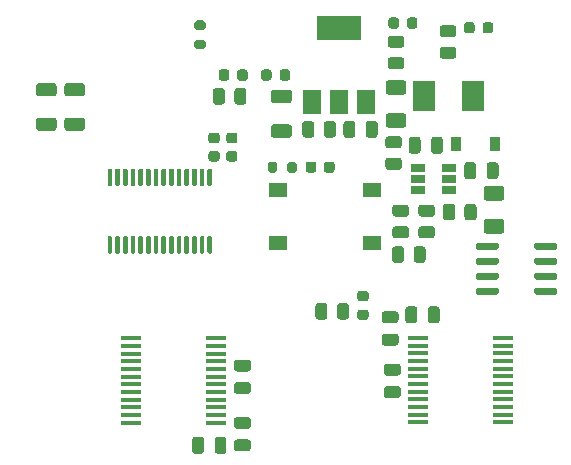
<source format=gbr>
%TF.GenerationSoftware,KiCad,Pcbnew,5.1.10*%
%TF.CreationDate,2021-06-15T07:02:33+02:00*%
%TF.ProjectId,nsumo,6e73756d-6f2e-46b6-9963-61645f706362,rev?*%
%TF.SameCoordinates,Original*%
%TF.FileFunction,Paste,Top*%
%TF.FilePolarity,Positive*%
%FSLAX46Y46*%
G04 Gerber Fmt 4.6, Leading zero omitted, Abs format (unit mm)*
G04 Created by KiCad (PCBNEW 5.1.10) date 2021-06-15 07:02:33*
%MOMM*%
%LPD*%
G01*
G04 APERTURE LIST*
%ADD10R,1.500000X2.000000*%
%ADD11R,3.800000X2.000000*%
%ADD12R,1.550000X1.300000*%
%ADD13R,1.220000X0.650000*%
%ADD14R,1.900000X2.500000*%
%ADD15R,0.900000X1.200000*%
%ADD16R,1.750000X0.450000*%
G04 APERTURE END LIST*
%TO.C,F2*%
G36*
G01*
X60225000Y-106875000D02*
X58975000Y-106875000D01*
G75*
G02*
X58725000Y-106625000I0J250000D01*
G01*
X58725000Y-105875000D01*
G75*
G02*
X58975000Y-105625000I250000J0D01*
G01*
X60225000Y-105625000D01*
G75*
G02*
X60475000Y-105875000I0J-250000D01*
G01*
X60475000Y-106625000D01*
G75*
G02*
X60225000Y-106875000I-250000J0D01*
G01*
G37*
G36*
G01*
X60225000Y-109675000D02*
X58975000Y-109675000D01*
G75*
G02*
X58725000Y-109425000I0J250000D01*
G01*
X58725000Y-108675000D01*
G75*
G02*
X58975000Y-108425000I250000J0D01*
G01*
X60225000Y-108425000D01*
G75*
G02*
X60475000Y-108675000I0J-250000D01*
G01*
X60475000Y-109425000D01*
G75*
G02*
X60225000Y-109675000I-250000J0D01*
G01*
G37*
%TD*%
%TO.C,F1*%
G36*
G01*
X68525000Y-115825000D02*
X67275000Y-115825000D01*
G75*
G02*
X67025000Y-115575000I0J250000D01*
G01*
X67025000Y-114825000D01*
G75*
G02*
X67275000Y-114575000I250000J0D01*
G01*
X68525000Y-114575000D01*
G75*
G02*
X68775000Y-114825000I0J-250000D01*
G01*
X68775000Y-115575000D01*
G75*
G02*
X68525000Y-115825000I-250000J0D01*
G01*
G37*
G36*
G01*
X68525000Y-118625000D02*
X67275000Y-118625000D01*
G75*
G02*
X67025000Y-118375000I0J250000D01*
G01*
X67025000Y-117625000D01*
G75*
G02*
X67275000Y-117375000I250000J0D01*
G01*
X68525000Y-117375000D01*
G75*
G02*
X68775000Y-117625000I0J-250000D01*
G01*
X68775000Y-118375000D01*
G75*
G02*
X68525000Y-118625000I-250000J0D01*
G01*
G37*
%TD*%
%TO.C,U7*%
G36*
G01*
X71300000Y-119845000D02*
X71300000Y-119545000D01*
G75*
G02*
X71450000Y-119395000I150000J0D01*
G01*
X73100000Y-119395000D01*
G75*
G02*
X73250000Y-119545000I0J-150000D01*
G01*
X73250000Y-119845000D01*
G75*
G02*
X73100000Y-119995000I-150000J0D01*
G01*
X71450000Y-119995000D01*
G75*
G02*
X71300000Y-119845000I0J150000D01*
G01*
G37*
G36*
G01*
X71300000Y-121115000D02*
X71300000Y-120815000D01*
G75*
G02*
X71450000Y-120665000I150000J0D01*
G01*
X73100000Y-120665000D01*
G75*
G02*
X73250000Y-120815000I0J-150000D01*
G01*
X73250000Y-121115000D01*
G75*
G02*
X73100000Y-121265000I-150000J0D01*
G01*
X71450000Y-121265000D01*
G75*
G02*
X71300000Y-121115000I0J150000D01*
G01*
G37*
G36*
G01*
X71300000Y-122385000D02*
X71300000Y-122085000D01*
G75*
G02*
X71450000Y-121935000I150000J0D01*
G01*
X73100000Y-121935000D01*
G75*
G02*
X73250000Y-122085000I0J-150000D01*
G01*
X73250000Y-122385000D01*
G75*
G02*
X73100000Y-122535000I-150000J0D01*
G01*
X71450000Y-122535000D01*
G75*
G02*
X71300000Y-122385000I0J150000D01*
G01*
G37*
G36*
G01*
X71300000Y-123655000D02*
X71300000Y-123355000D01*
G75*
G02*
X71450000Y-123205000I150000J0D01*
G01*
X73100000Y-123205000D01*
G75*
G02*
X73250000Y-123355000I0J-150000D01*
G01*
X73250000Y-123655000D01*
G75*
G02*
X73100000Y-123805000I-150000J0D01*
G01*
X71450000Y-123805000D01*
G75*
G02*
X71300000Y-123655000I0J150000D01*
G01*
G37*
G36*
G01*
X66350000Y-123655000D02*
X66350000Y-123355000D01*
G75*
G02*
X66500000Y-123205000I150000J0D01*
G01*
X68150000Y-123205000D01*
G75*
G02*
X68300000Y-123355000I0J-150000D01*
G01*
X68300000Y-123655000D01*
G75*
G02*
X68150000Y-123805000I-150000J0D01*
G01*
X66500000Y-123805000D01*
G75*
G02*
X66350000Y-123655000I0J150000D01*
G01*
G37*
G36*
G01*
X66350000Y-122385000D02*
X66350000Y-122085000D01*
G75*
G02*
X66500000Y-121935000I150000J0D01*
G01*
X68150000Y-121935000D01*
G75*
G02*
X68300000Y-122085000I0J-150000D01*
G01*
X68300000Y-122385000D01*
G75*
G02*
X68150000Y-122535000I-150000J0D01*
G01*
X66500000Y-122535000D01*
G75*
G02*
X66350000Y-122385000I0J150000D01*
G01*
G37*
G36*
G01*
X66350000Y-121115000D02*
X66350000Y-120815000D01*
G75*
G02*
X66500000Y-120665000I150000J0D01*
G01*
X68150000Y-120665000D01*
G75*
G02*
X68300000Y-120815000I0J-150000D01*
G01*
X68300000Y-121115000D01*
G75*
G02*
X68150000Y-121265000I-150000J0D01*
G01*
X66500000Y-121265000D01*
G75*
G02*
X66350000Y-121115000I0J150000D01*
G01*
G37*
G36*
G01*
X66350000Y-119845000D02*
X66350000Y-119545000D01*
G75*
G02*
X66500000Y-119395000I150000J0D01*
G01*
X68150000Y-119395000D01*
G75*
G02*
X68300000Y-119545000I0J-150000D01*
G01*
X68300000Y-119845000D01*
G75*
G02*
X68150000Y-119995000I-150000J0D01*
G01*
X66500000Y-119995000D01*
G75*
G02*
X66350000Y-119845000I0J150000D01*
G01*
G37*
%TD*%
%TO.C,C3*%
G36*
G01*
X50550001Y-107575000D02*
X49249999Y-107575000D01*
G75*
G02*
X49000000Y-107325001I0J249999D01*
G01*
X49000000Y-106674999D01*
G75*
G02*
X49249999Y-106425000I249999J0D01*
G01*
X50550001Y-106425000D01*
G75*
G02*
X50800000Y-106674999I0J-249999D01*
G01*
X50800000Y-107325001D01*
G75*
G02*
X50550001Y-107575000I-249999J0D01*
G01*
G37*
G36*
G01*
X50550001Y-110525000D02*
X49249999Y-110525000D01*
G75*
G02*
X49000000Y-110275001I0J249999D01*
G01*
X49000000Y-109624999D01*
G75*
G02*
X49249999Y-109375000I249999J0D01*
G01*
X50550001Y-109375000D01*
G75*
G02*
X50800000Y-109624999I0J-249999D01*
G01*
X50800000Y-110275001D01*
G75*
G02*
X50550001Y-110525000I-249999J0D01*
G01*
G37*
%TD*%
%TO.C,C14*%
G36*
G01*
X62300000Y-125975000D02*
X62300000Y-125025000D01*
G75*
G02*
X62550000Y-124775000I250000J0D01*
G01*
X63050000Y-124775000D01*
G75*
G02*
X63300000Y-125025000I0J-250000D01*
G01*
X63300000Y-125975000D01*
G75*
G02*
X63050000Y-126225000I-250000J0D01*
G01*
X62550000Y-126225000D01*
G75*
G02*
X62300000Y-125975000I0J250000D01*
G01*
G37*
G36*
G01*
X60400000Y-125975000D02*
X60400000Y-125025000D01*
G75*
G02*
X60650000Y-124775000I250000J0D01*
G01*
X61150000Y-124775000D01*
G75*
G02*
X61400000Y-125025000I0J-250000D01*
G01*
X61400000Y-125975000D01*
G75*
G02*
X61150000Y-126225000I-250000J0D01*
G01*
X60650000Y-126225000D01*
G75*
G02*
X60400000Y-125975000I0J250000D01*
G01*
G37*
%TD*%
%TO.C,C13*%
G36*
G01*
X47075000Y-135150000D02*
X46125000Y-135150000D01*
G75*
G02*
X45875000Y-134900000I0J250000D01*
G01*
X45875000Y-134400000D01*
G75*
G02*
X46125000Y-134150000I250000J0D01*
G01*
X47075000Y-134150000D01*
G75*
G02*
X47325000Y-134400000I0J-250000D01*
G01*
X47325000Y-134900000D01*
G75*
G02*
X47075000Y-135150000I-250000J0D01*
G01*
G37*
G36*
G01*
X47075000Y-137050000D02*
X46125000Y-137050000D01*
G75*
G02*
X45875000Y-136800000I0J250000D01*
G01*
X45875000Y-136300000D01*
G75*
G02*
X46125000Y-136050000I250000J0D01*
G01*
X47075000Y-136050000D01*
G75*
G02*
X47325000Y-136300000I0J-250000D01*
G01*
X47325000Y-136800000D01*
G75*
G02*
X47075000Y-137050000I-250000J0D01*
G01*
G37*
%TD*%
%TO.C,C12*%
G36*
G01*
X58625000Y-127100000D02*
X59575000Y-127100000D01*
G75*
G02*
X59825000Y-127350000I0J-250000D01*
G01*
X59825000Y-127850000D01*
G75*
G02*
X59575000Y-128100000I-250000J0D01*
G01*
X58625000Y-128100000D01*
G75*
G02*
X58375000Y-127850000I0J250000D01*
G01*
X58375000Y-127350000D01*
G75*
G02*
X58625000Y-127100000I250000J0D01*
G01*
G37*
G36*
G01*
X58625000Y-125200000D02*
X59575000Y-125200000D01*
G75*
G02*
X59825000Y-125450000I0J-250000D01*
G01*
X59825000Y-125950000D01*
G75*
G02*
X59575000Y-126200000I-250000J0D01*
G01*
X58625000Y-126200000D01*
G75*
G02*
X58375000Y-125950000I0J250000D01*
G01*
X58375000Y-125450000D01*
G75*
G02*
X58625000Y-125200000I250000J0D01*
G01*
G37*
%TD*%
%TO.C,C11*%
G36*
G01*
X43350000Y-136075000D02*
X43350000Y-137025000D01*
G75*
G02*
X43100000Y-137275000I-250000J0D01*
G01*
X42600000Y-137275000D01*
G75*
G02*
X42350000Y-137025000I0J250000D01*
G01*
X42350000Y-136075000D01*
G75*
G02*
X42600000Y-135825000I250000J0D01*
G01*
X43100000Y-135825000D01*
G75*
G02*
X43350000Y-136075000I0J-250000D01*
G01*
G37*
G36*
G01*
X45250000Y-136075000D02*
X45250000Y-137025000D01*
G75*
G02*
X45000000Y-137275000I-250000J0D01*
G01*
X44500000Y-137275000D01*
G75*
G02*
X44250000Y-137025000I0J250000D01*
G01*
X44250000Y-136075000D01*
G75*
G02*
X44500000Y-135825000I250000J0D01*
G01*
X45000000Y-135825000D01*
G75*
G02*
X45250000Y-136075000I0J-250000D01*
G01*
G37*
%TD*%
%TO.C,C10*%
G36*
G01*
X59775000Y-130650000D02*
X58825000Y-130650000D01*
G75*
G02*
X58575000Y-130400000I0J250000D01*
G01*
X58575000Y-129900000D01*
G75*
G02*
X58825000Y-129650000I250000J0D01*
G01*
X59775000Y-129650000D01*
G75*
G02*
X60025000Y-129900000I0J-250000D01*
G01*
X60025000Y-130400000D01*
G75*
G02*
X59775000Y-130650000I-250000J0D01*
G01*
G37*
G36*
G01*
X59775000Y-132550000D02*
X58825000Y-132550000D01*
G75*
G02*
X58575000Y-132300000I0J250000D01*
G01*
X58575000Y-131800000D01*
G75*
G02*
X58825000Y-131550000I250000J0D01*
G01*
X59775000Y-131550000D01*
G75*
G02*
X60025000Y-131800000I0J-250000D01*
G01*
X60025000Y-132300000D01*
G75*
G02*
X59775000Y-132550000I-250000J0D01*
G01*
G37*
%TD*%
%TO.C,C9*%
G36*
G01*
X46125000Y-131200000D02*
X47075000Y-131200000D01*
G75*
G02*
X47325000Y-131450000I0J-250000D01*
G01*
X47325000Y-131950000D01*
G75*
G02*
X47075000Y-132200000I-250000J0D01*
G01*
X46125000Y-132200000D01*
G75*
G02*
X45875000Y-131950000I0J250000D01*
G01*
X45875000Y-131450000D01*
G75*
G02*
X46125000Y-131200000I250000J0D01*
G01*
G37*
G36*
G01*
X46125000Y-129300000D02*
X47075000Y-129300000D01*
G75*
G02*
X47325000Y-129550000I0J-250000D01*
G01*
X47325000Y-130050000D01*
G75*
G02*
X47075000Y-130300000I-250000J0D01*
G01*
X46125000Y-130300000D01*
G75*
G02*
X45875000Y-130050000I0J250000D01*
G01*
X45875000Y-129550000D01*
G75*
G02*
X46125000Y-129300000I250000J0D01*
G01*
G37*
%TD*%
D10*
%TO.C,U5*%
X52500000Y-107495000D03*
X57100000Y-107495000D03*
X54800000Y-107495000D03*
D11*
X54800000Y-101195000D03*
%TD*%
%TO.C,R9*%
G36*
G01*
X30625003Y-107000000D02*
X29374997Y-107000000D01*
G75*
G02*
X29125000Y-106750003I0J249997D01*
G01*
X29125000Y-106124997D01*
G75*
G02*
X29374997Y-105875000I249997J0D01*
G01*
X30625003Y-105875000D01*
G75*
G02*
X30875000Y-106124997I0J-249997D01*
G01*
X30875000Y-106750003D01*
G75*
G02*
X30625003Y-107000000I-249997J0D01*
G01*
G37*
G36*
G01*
X30625003Y-109925000D02*
X29374997Y-109925000D01*
G75*
G02*
X29125000Y-109675003I0J249997D01*
G01*
X29125000Y-109049997D01*
G75*
G02*
X29374997Y-108800000I249997J0D01*
G01*
X30625003Y-108800000D01*
G75*
G02*
X30875000Y-109049997I0J-249997D01*
G01*
X30875000Y-109675003D01*
G75*
G02*
X30625003Y-109925000I-249997J0D01*
G01*
G37*
%TD*%
%TO.C,R8*%
G36*
G01*
X33025003Y-107000000D02*
X31774997Y-107000000D01*
G75*
G02*
X31525000Y-106750003I0J249997D01*
G01*
X31525000Y-106124997D01*
G75*
G02*
X31774997Y-105875000I249997J0D01*
G01*
X33025003Y-105875000D01*
G75*
G02*
X33275000Y-106124997I0J-249997D01*
G01*
X33275000Y-106750003D01*
G75*
G02*
X33025003Y-107000000I-249997J0D01*
G01*
G37*
G36*
G01*
X33025003Y-109925000D02*
X31774997Y-109925000D01*
G75*
G02*
X31525000Y-109675003I0J249997D01*
G01*
X31525000Y-109049997D01*
G75*
G02*
X31774997Y-108800000I249997J0D01*
G01*
X33025003Y-108800000D01*
G75*
G02*
X33275000Y-109049997I0J-249997D01*
G01*
X33275000Y-109675003D01*
G75*
G02*
X33025003Y-109925000I-249997J0D01*
G01*
G37*
%TD*%
%TO.C,R5*%
G36*
G01*
X54600000Y-125650002D02*
X54600000Y-124749998D01*
G75*
G02*
X54849998Y-124500000I249998J0D01*
G01*
X55375002Y-124500000D01*
G75*
G02*
X55625000Y-124749998I0J-249998D01*
G01*
X55625000Y-125650002D01*
G75*
G02*
X55375002Y-125900000I-249998J0D01*
G01*
X54849998Y-125900000D01*
G75*
G02*
X54600000Y-125650002I0J249998D01*
G01*
G37*
G36*
G01*
X52775000Y-125650002D02*
X52775000Y-124749998D01*
G75*
G02*
X53024998Y-124500000I249998J0D01*
G01*
X53550002Y-124500000D01*
G75*
G02*
X53800000Y-124749998I0J-249998D01*
G01*
X53800000Y-125650002D01*
G75*
G02*
X53550002Y-125900000I-249998J0D01*
G01*
X53024998Y-125900000D01*
G75*
G02*
X52775000Y-125650002I0J249998D01*
G01*
G37*
%TD*%
%TO.C,D5*%
G36*
G01*
X49762500Y-105456250D02*
X49762500Y-104943750D01*
G75*
G02*
X49981250Y-104725000I218750J0D01*
G01*
X50418750Y-104725000D01*
G75*
G02*
X50637500Y-104943750I0J-218750D01*
G01*
X50637500Y-105456250D01*
G75*
G02*
X50418750Y-105675000I-218750J0D01*
G01*
X49981250Y-105675000D01*
G75*
G02*
X49762500Y-105456250I0J218750D01*
G01*
G37*
G36*
G01*
X48187500Y-105456250D02*
X48187500Y-104943750D01*
G75*
G02*
X48406250Y-104725000I218750J0D01*
G01*
X48843750Y-104725000D01*
G75*
G02*
X49062500Y-104943750I0J-218750D01*
G01*
X49062500Y-105456250D01*
G75*
G02*
X48843750Y-105675000I-218750J0D01*
G01*
X48406250Y-105675000D01*
G75*
G02*
X48187500Y-105456250I0J218750D01*
G01*
G37*
%TD*%
D12*
%TO.C,SW1*%
X49650000Y-114950000D03*
X49650000Y-119450000D03*
X57600000Y-119450000D03*
X57600000Y-114950000D03*
%TD*%
D13*
%TO.C,U2*%
X64051000Y-113046000D03*
X64051000Y-113996000D03*
X64051000Y-114946000D03*
X61431000Y-114946000D03*
X61431000Y-113996000D03*
X61431000Y-113046000D03*
%TD*%
%TO.C,R15*%
G36*
G01*
X62650002Y-117200000D02*
X61749998Y-117200000D01*
G75*
G02*
X61500000Y-116950002I0J249998D01*
G01*
X61500000Y-116424998D01*
G75*
G02*
X61749998Y-116175000I249998J0D01*
G01*
X62650002Y-116175000D01*
G75*
G02*
X62900000Y-116424998I0J-249998D01*
G01*
X62900000Y-116950002D01*
G75*
G02*
X62650002Y-117200000I-249998J0D01*
G01*
G37*
G36*
G01*
X62650002Y-119025000D02*
X61749998Y-119025000D01*
G75*
G02*
X61500000Y-118775002I0J249998D01*
G01*
X61500000Y-118249998D01*
G75*
G02*
X61749998Y-118000000I249998J0D01*
G01*
X62650002Y-118000000D01*
G75*
G02*
X62900000Y-118249998I0J-249998D01*
G01*
X62900000Y-118775002D01*
G75*
G02*
X62650002Y-119025000I-249998J0D01*
G01*
G37*
%TD*%
%TO.C,R14*%
G36*
G01*
X61087500Y-120850002D02*
X61087500Y-119949998D01*
G75*
G02*
X61337498Y-119700000I249998J0D01*
G01*
X61862502Y-119700000D01*
G75*
G02*
X62112500Y-119949998I0J-249998D01*
G01*
X62112500Y-120850002D01*
G75*
G02*
X61862502Y-121100000I-249998J0D01*
G01*
X61337498Y-121100000D01*
G75*
G02*
X61087500Y-120850002I0J249998D01*
G01*
G37*
G36*
G01*
X59262500Y-120850002D02*
X59262500Y-119949998D01*
G75*
G02*
X59512498Y-119700000I249998J0D01*
G01*
X60037502Y-119700000D01*
G75*
G02*
X60287500Y-119949998I0J-249998D01*
G01*
X60287500Y-120850002D01*
G75*
G02*
X60037502Y-121100000I-249998J0D01*
G01*
X59512498Y-121100000D01*
G75*
G02*
X59262500Y-120850002I0J249998D01*
G01*
G37*
%TD*%
%TO.C,R13*%
G36*
G01*
X59549998Y-118000000D02*
X60450002Y-118000000D01*
G75*
G02*
X60700000Y-118249998I0J-249998D01*
G01*
X60700000Y-118775002D01*
G75*
G02*
X60450002Y-119025000I-249998J0D01*
G01*
X59549998Y-119025000D01*
G75*
G02*
X59300000Y-118775002I0J249998D01*
G01*
X59300000Y-118249998D01*
G75*
G02*
X59549998Y-118000000I249998J0D01*
G01*
G37*
G36*
G01*
X59549998Y-116175000D02*
X60450002Y-116175000D01*
G75*
G02*
X60700000Y-116424998I0J-249998D01*
G01*
X60700000Y-116950002D01*
G75*
G02*
X60450002Y-117200000I-249998J0D01*
G01*
X59549998Y-117200000D01*
G75*
G02*
X59300000Y-116950002I0J249998D01*
G01*
X59300000Y-116424998D01*
G75*
G02*
X59549998Y-116175000I249998J0D01*
G01*
G37*
%TD*%
%TO.C,R12*%
G36*
G01*
X58949998Y-112200000D02*
X59850002Y-112200000D01*
G75*
G02*
X60100000Y-112449998I0J-249998D01*
G01*
X60100000Y-112975002D01*
G75*
G02*
X59850002Y-113225000I-249998J0D01*
G01*
X58949998Y-113225000D01*
G75*
G02*
X58700000Y-112975002I0J249998D01*
G01*
X58700000Y-112449998D01*
G75*
G02*
X58949998Y-112200000I249998J0D01*
G01*
G37*
G36*
G01*
X58949998Y-110375000D02*
X59850002Y-110375000D01*
G75*
G02*
X60100000Y-110624998I0J-249998D01*
G01*
X60100000Y-111150002D01*
G75*
G02*
X59850002Y-111400000I-249998J0D01*
G01*
X58949998Y-111400000D01*
G75*
G02*
X58700000Y-111150002I0J249998D01*
G01*
X58700000Y-110624998D01*
G75*
G02*
X58949998Y-110375000I249998J0D01*
G01*
G37*
%TD*%
%TO.C,R3*%
G36*
G01*
X64600000Y-116349998D02*
X64600000Y-117250002D01*
G75*
G02*
X64350002Y-117500000I-249998J0D01*
G01*
X63824998Y-117500000D01*
G75*
G02*
X63575000Y-117250002I0J249998D01*
G01*
X63575000Y-116349998D01*
G75*
G02*
X63824998Y-116100000I249998J0D01*
G01*
X64350002Y-116100000D01*
G75*
G02*
X64600000Y-116349998I0J-249998D01*
G01*
G37*
G36*
G01*
X66425000Y-116349998D02*
X66425000Y-117250002D01*
G75*
G02*
X66175002Y-117500000I-249998J0D01*
G01*
X65649998Y-117500000D01*
G75*
G02*
X65400000Y-117250002I0J249998D01*
G01*
X65400000Y-116349998D01*
G75*
G02*
X65649998Y-116100000I249998J0D01*
G01*
X66175002Y-116100000D01*
G75*
G02*
X66425000Y-116349998I0J-249998D01*
G01*
G37*
%TD*%
D14*
%TO.C,L1*%
X66100000Y-107000000D03*
X62000000Y-107000000D03*
%TD*%
D15*
%TO.C,D4*%
X68000000Y-111000000D03*
X64700000Y-111000000D03*
%TD*%
%TO.C,C4*%
G36*
G01*
X62577000Y-111616000D02*
X62577000Y-110666000D01*
G75*
G02*
X62827000Y-110416000I250000J0D01*
G01*
X63327000Y-110416000D01*
G75*
G02*
X63577000Y-110666000I0J-250000D01*
G01*
X63577000Y-111616000D01*
G75*
G02*
X63327000Y-111866000I-250000J0D01*
G01*
X62827000Y-111866000D01*
G75*
G02*
X62577000Y-111616000I0J250000D01*
G01*
G37*
G36*
G01*
X60677000Y-111616000D02*
X60677000Y-110666000D01*
G75*
G02*
X60927000Y-110416000I250000J0D01*
G01*
X61427000Y-110416000D01*
G75*
G02*
X61677000Y-110666000I0J-250000D01*
G01*
X61677000Y-111616000D01*
G75*
G02*
X61427000Y-111866000I-250000J0D01*
G01*
X60927000Y-111866000D01*
G75*
G02*
X60677000Y-111616000I0J250000D01*
G01*
G37*
%TD*%
%TO.C,C1*%
G36*
G01*
X67281000Y-113775000D02*
X67281000Y-112825000D01*
G75*
G02*
X67531000Y-112575000I250000J0D01*
G01*
X68031000Y-112575000D01*
G75*
G02*
X68281000Y-112825000I0J-250000D01*
G01*
X68281000Y-113775000D01*
G75*
G02*
X68031000Y-114025000I-250000J0D01*
G01*
X67531000Y-114025000D01*
G75*
G02*
X67281000Y-113775000I0J250000D01*
G01*
G37*
G36*
G01*
X65381000Y-113775000D02*
X65381000Y-112825000D01*
G75*
G02*
X65631000Y-112575000I250000J0D01*
G01*
X66131000Y-112575000D01*
G75*
G02*
X66381000Y-112825000I0J-250000D01*
G01*
X66381000Y-113775000D01*
G75*
G02*
X66131000Y-114025000I-250000J0D01*
G01*
X65631000Y-114025000D01*
G75*
G02*
X65381000Y-113775000I0J250000D01*
G01*
G37*
%TD*%
%TO.C,R10*%
G36*
G01*
X45112500Y-106549998D02*
X45112500Y-107450002D01*
G75*
G02*
X44862502Y-107700000I-249998J0D01*
G01*
X44337498Y-107700000D01*
G75*
G02*
X44087500Y-107450002I0J249998D01*
G01*
X44087500Y-106549998D01*
G75*
G02*
X44337498Y-106300000I249998J0D01*
G01*
X44862502Y-106300000D01*
G75*
G02*
X45112500Y-106549998I0J-249998D01*
G01*
G37*
G36*
G01*
X46937500Y-106549998D02*
X46937500Y-107450002D01*
G75*
G02*
X46687502Y-107700000I-249998J0D01*
G01*
X46162498Y-107700000D01*
G75*
G02*
X45912500Y-107450002I0J249998D01*
G01*
X45912500Y-106549998D01*
G75*
G02*
X46162498Y-106300000I249998J0D01*
G01*
X46687502Y-106300000D01*
G75*
G02*
X46937500Y-106549998I0J-249998D01*
G01*
G37*
%TD*%
%TO.C,R7*%
G36*
G01*
X64450002Y-102000000D02*
X63549998Y-102000000D01*
G75*
G02*
X63300000Y-101750002I0J249998D01*
G01*
X63300000Y-101224998D01*
G75*
G02*
X63549998Y-100975000I249998J0D01*
G01*
X64450002Y-100975000D01*
G75*
G02*
X64700000Y-101224998I0J-249998D01*
G01*
X64700000Y-101750002D01*
G75*
G02*
X64450002Y-102000000I-249998J0D01*
G01*
G37*
G36*
G01*
X64450002Y-103825000D02*
X63549998Y-103825000D01*
G75*
G02*
X63300000Y-103575002I0J249998D01*
G01*
X63300000Y-103049998D01*
G75*
G02*
X63549998Y-102800000I249998J0D01*
G01*
X64450002Y-102800000D01*
G75*
G02*
X64700000Y-103049998I0J-249998D01*
G01*
X64700000Y-103575002D01*
G75*
G02*
X64450002Y-103825000I-249998J0D01*
G01*
G37*
%TD*%
%TO.C,R6*%
G36*
G01*
X60050002Y-102887500D02*
X59149998Y-102887500D01*
G75*
G02*
X58900000Y-102637502I0J249998D01*
G01*
X58900000Y-102112498D01*
G75*
G02*
X59149998Y-101862500I249998J0D01*
G01*
X60050002Y-101862500D01*
G75*
G02*
X60300000Y-102112498I0J-249998D01*
G01*
X60300000Y-102637502D01*
G75*
G02*
X60050002Y-102887500I-249998J0D01*
G01*
G37*
G36*
G01*
X60050002Y-104712500D02*
X59149998Y-104712500D01*
G75*
G02*
X58900000Y-104462502I0J249998D01*
G01*
X58900000Y-103937498D01*
G75*
G02*
X59149998Y-103687500I249998J0D01*
G01*
X60050002Y-103687500D01*
G75*
G02*
X60300000Y-103937498I0J-249998D01*
G01*
X60300000Y-104462502D01*
G75*
G02*
X60050002Y-104712500I-249998J0D01*
G01*
G37*
%TD*%
%TO.C,R4*%
G36*
G01*
X43275000Y-101375000D02*
X42725000Y-101375000D01*
G75*
G02*
X42525000Y-101175000I0J200000D01*
G01*
X42525000Y-100775000D01*
G75*
G02*
X42725000Y-100575000I200000J0D01*
G01*
X43275000Y-100575000D01*
G75*
G02*
X43475000Y-100775000I0J-200000D01*
G01*
X43475000Y-101175000D01*
G75*
G02*
X43275000Y-101375000I-200000J0D01*
G01*
G37*
G36*
G01*
X43275000Y-103025000D02*
X42725000Y-103025000D01*
G75*
G02*
X42525000Y-102825000I0J200000D01*
G01*
X42525000Y-102425000D01*
G75*
G02*
X42725000Y-102225000I200000J0D01*
G01*
X43275000Y-102225000D01*
G75*
G02*
X43475000Y-102425000I0J-200000D01*
G01*
X43475000Y-102825000D01*
G75*
G02*
X43275000Y-103025000I-200000J0D01*
G01*
G37*
%TD*%
%TO.C,R2*%
G36*
G01*
X52687500Y-109349998D02*
X52687500Y-110250002D01*
G75*
G02*
X52437502Y-110500000I-249998J0D01*
G01*
X51912498Y-110500000D01*
G75*
G02*
X51662500Y-110250002I0J249998D01*
G01*
X51662500Y-109349998D01*
G75*
G02*
X51912498Y-109100000I249998J0D01*
G01*
X52437502Y-109100000D01*
G75*
G02*
X52687500Y-109349998I0J-249998D01*
G01*
G37*
G36*
G01*
X54512500Y-109349998D02*
X54512500Y-110250002D01*
G75*
G02*
X54262502Y-110500000I-249998J0D01*
G01*
X53737498Y-110500000D01*
G75*
G02*
X53487500Y-110250002I0J249998D01*
G01*
X53487500Y-109349998D01*
G75*
G02*
X53737498Y-109100000I249998J0D01*
G01*
X54262502Y-109100000D01*
G75*
G02*
X54512500Y-109349998I0J-249998D01*
G01*
G37*
%TD*%
%TO.C,R1*%
G36*
G01*
X49550000Y-112725000D02*
X49550000Y-113275000D01*
G75*
G02*
X49350000Y-113475000I-200000J0D01*
G01*
X48950000Y-113475000D01*
G75*
G02*
X48750000Y-113275000I0J200000D01*
G01*
X48750000Y-112725000D01*
G75*
G02*
X48950000Y-112525000I200000J0D01*
G01*
X49350000Y-112525000D01*
G75*
G02*
X49550000Y-112725000I0J-200000D01*
G01*
G37*
G36*
G01*
X51200000Y-112725000D02*
X51200000Y-113275000D01*
G75*
G02*
X51000000Y-113475000I-200000J0D01*
G01*
X50600000Y-113475000D01*
G75*
G02*
X50400000Y-113275000I0J200000D01*
G01*
X50400000Y-112725000D01*
G75*
G02*
X50600000Y-112525000I200000J0D01*
G01*
X51000000Y-112525000D01*
G75*
G02*
X51200000Y-112725000I0J-200000D01*
G01*
G37*
%TD*%
%TO.C,D2*%
G36*
G01*
X59837500Y-100543750D02*
X59837500Y-101056250D01*
G75*
G02*
X59618750Y-101275000I-218750J0D01*
G01*
X59181250Y-101275000D01*
G75*
G02*
X58962500Y-101056250I0J218750D01*
G01*
X58962500Y-100543750D01*
G75*
G02*
X59181250Y-100325000I218750J0D01*
G01*
X59618750Y-100325000D01*
G75*
G02*
X59837500Y-100543750I0J-218750D01*
G01*
G37*
G36*
G01*
X61412500Y-100543750D02*
X61412500Y-101056250D01*
G75*
G02*
X61193750Y-101275000I-218750J0D01*
G01*
X60756250Y-101275000D01*
G75*
G02*
X60537500Y-101056250I0J218750D01*
G01*
X60537500Y-100543750D01*
G75*
G02*
X60756250Y-100325000I218750J0D01*
G01*
X61193750Y-100325000D01*
G75*
G02*
X61412500Y-100543750I0J-218750D01*
G01*
G37*
%TD*%
%TO.C,C8*%
G36*
G01*
X44450000Y-110975000D02*
X43950000Y-110975000D01*
G75*
G02*
X43725000Y-110750000I0J225000D01*
G01*
X43725000Y-110300000D01*
G75*
G02*
X43950000Y-110075000I225000J0D01*
G01*
X44450000Y-110075000D01*
G75*
G02*
X44675000Y-110300000I0J-225000D01*
G01*
X44675000Y-110750000D01*
G75*
G02*
X44450000Y-110975000I-225000J0D01*
G01*
G37*
G36*
G01*
X44450000Y-112525000D02*
X43950000Y-112525000D01*
G75*
G02*
X43725000Y-112300000I0J225000D01*
G01*
X43725000Y-111850000D01*
G75*
G02*
X43950000Y-111625000I225000J0D01*
G01*
X44450000Y-111625000D01*
G75*
G02*
X44675000Y-111850000I0J-225000D01*
G01*
X44675000Y-112300000D01*
G75*
G02*
X44450000Y-112525000I-225000J0D01*
G01*
G37*
%TD*%
%TO.C,C7*%
G36*
G01*
X46150000Y-105450000D02*
X46150000Y-104950000D01*
G75*
G02*
X46375000Y-104725000I225000J0D01*
G01*
X46825000Y-104725000D01*
G75*
G02*
X47050000Y-104950000I0J-225000D01*
G01*
X47050000Y-105450000D01*
G75*
G02*
X46825000Y-105675000I-225000J0D01*
G01*
X46375000Y-105675000D01*
G75*
G02*
X46150000Y-105450000I0J225000D01*
G01*
G37*
G36*
G01*
X44600000Y-105450000D02*
X44600000Y-104950000D01*
G75*
G02*
X44825000Y-104725000I225000J0D01*
G01*
X45275000Y-104725000D01*
G75*
G02*
X45500000Y-104950000I0J-225000D01*
G01*
X45500000Y-105450000D01*
G75*
G02*
X45275000Y-105675000I-225000J0D01*
G01*
X44825000Y-105675000D01*
G75*
G02*
X44600000Y-105450000I0J225000D01*
G01*
G37*
%TD*%
%TO.C,C6*%
G36*
G01*
X45950000Y-110975000D02*
X45450000Y-110975000D01*
G75*
G02*
X45225000Y-110750000I0J225000D01*
G01*
X45225000Y-110300000D01*
G75*
G02*
X45450000Y-110075000I225000J0D01*
G01*
X45950000Y-110075000D01*
G75*
G02*
X46175000Y-110300000I0J-225000D01*
G01*
X46175000Y-110750000D01*
G75*
G02*
X45950000Y-110975000I-225000J0D01*
G01*
G37*
G36*
G01*
X45950000Y-112525000D02*
X45450000Y-112525000D01*
G75*
G02*
X45225000Y-112300000I0J225000D01*
G01*
X45225000Y-111850000D01*
G75*
G02*
X45450000Y-111625000I225000J0D01*
G01*
X45950000Y-111625000D01*
G75*
G02*
X46175000Y-111850000I0J-225000D01*
G01*
X46175000Y-112300000D01*
G75*
G02*
X45950000Y-112525000I-225000J0D01*
G01*
G37*
%TD*%
%TO.C,C5*%
G36*
G01*
X53500000Y-113250000D02*
X53500000Y-112750000D01*
G75*
G02*
X53725000Y-112525000I225000J0D01*
G01*
X54175000Y-112525000D01*
G75*
G02*
X54400000Y-112750000I0J-225000D01*
G01*
X54400000Y-113250000D01*
G75*
G02*
X54175000Y-113475000I-225000J0D01*
G01*
X53725000Y-113475000D01*
G75*
G02*
X53500000Y-113250000I0J225000D01*
G01*
G37*
G36*
G01*
X51950000Y-113250000D02*
X51950000Y-112750000D01*
G75*
G02*
X52175000Y-112525000I225000J0D01*
G01*
X52625000Y-112525000D01*
G75*
G02*
X52850000Y-112750000I0J-225000D01*
G01*
X52850000Y-113250000D01*
G75*
G02*
X52625000Y-113475000I-225000J0D01*
G01*
X52175000Y-113475000D01*
G75*
G02*
X51950000Y-113250000I0J225000D01*
G01*
G37*
%TD*%
%TO.C,C2*%
G36*
G01*
X56150000Y-109325000D02*
X56150000Y-110275000D01*
G75*
G02*
X55900000Y-110525000I-250000J0D01*
G01*
X55400000Y-110525000D01*
G75*
G02*
X55150000Y-110275000I0J250000D01*
G01*
X55150000Y-109325000D01*
G75*
G02*
X55400000Y-109075000I250000J0D01*
G01*
X55900000Y-109075000D01*
G75*
G02*
X56150000Y-109325000I0J-250000D01*
G01*
G37*
G36*
G01*
X58050000Y-109325000D02*
X58050000Y-110275000D01*
G75*
G02*
X57800000Y-110525000I-250000J0D01*
G01*
X57300000Y-110525000D01*
G75*
G02*
X57050000Y-110275000I0J250000D01*
G01*
X57050000Y-109325000D01*
G75*
G02*
X57300000Y-109075000I250000J0D01*
G01*
X57800000Y-109075000D01*
G75*
G02*
X58050000Y-109325000I0J-250000D01*
G01*
G37*
%TD*%
D16*
%TO.C,U6*%
X44348000Y-127476000D03*
X44348000Y-128126000D03*
X44348000Y-128776000D03*
X44348000Y-129426000D03*
X44348000Y-130076000D03*
X44348000Y-130726000D03*
X44348000Y-131376000D03*
X44348000Y-132026000D03*
X44348000Y-132676000D03*
X44348000Y-133326000D03*
X44348000Y-133976000D03*
X44348000Y-134626000D03*
X37148000Y-134626000D03*
X37148000Y-133976000D03*
X37148000Y-133326000D03*
X37148000Y-132676000D03*
X37148000Y-132026000D03*
X37148000Y-131376000D03*
X37148000Y-130726000D03*
X37148000Y-130076000D03*
X37148000Y-129426000D03*
X37148000Y-128776000D03*
X37148000Y-128126000D03*
X37148000Y-127476000D03*
%TD*%
%TO.C,U3*%
X61469600Y-134611000D03*
X61469600Y-133961000D03*
X61469600Y-133311000D03*
X61469600Y-132661000D03*
X61469600Y-132011000D03*
X61469600Y-131361000D03*
X61469600Y-130711000D03*
X61469600Y-130061000D03*
X61469600Y-129411000D03*
X61469600Y-128761000D03*
X61469600Y-128111000D03*
X61469600Y-127461000D03*
X68669600Y-127461000D03*
X68669600Y-128111000D03*
X68669600Y-128761000D03*
X68669600Y-129411000D03*
X68669600Y-130061000D03*
X68669600Y-130711000D03*
X68669600Y-131361000D03*
X68669600Y-132011000D03*
X68669600Y-132661000D03*
X68669600Y-133311000D03*
X68669600Y-133961000D03*
X68669600Y-134611000D03*
%TD*%
%TO.C,D3*%
G36*
G01*
X66250000Y-100943750D02*
X66250000Y-101456250D01*
G75*
G02*
X66031250Y-101675000I-218750J0D01*
G01*
X65593750Y-101675000D01*
G75*
G02*
X65375000Y-101456250I0J218750D01*
G01*
X65375000Y-100943750D01*
G75*
G02*
X65593750Y-100725000I218750J0D01*
G01*
X66031250Y-100725000D01*
G75*
G02*
X66250000Y-100943750I0J-218750D01*
G01*
G37*
G36*
G01*
X67825000Y-100943750D02*
X67825000Y-101456250D01*
G75*
G02*
X67606250Y-101675000I-218750J0D01*
G01*
X67168750Y-101675000D01*
G75*
G02*
X66950000Y-101456250I0J218750D01*
G01*
X66950000Y-100943750D01*
G75*
G02*
X67168750Y-100725000I218750J0D01*
G01*
X67606250Y-100725000D01*
G75*
G02*
X67825000Y-100943750I0J-218750D01*
G01*
G37*
%TD*%
%TO.C,D6*%
G36*
G01*
X56543750Y-125050000D02*
X57056250Y-125050000D01*
G75*
G02*
X57275000Y-125268750I0J-218750D01*
G01*
X57275000Y-125706250D01*
G75*
G02*
X57056250Y-125925000I-218750J0D01*
G01*
X56543750Y-125925000D01*
G75*
G02*
X56325000Y-125706250I0J218750D01*
G01*
X56325000Y-125268750D01*
G75*
G02*
X56543750Y-125050000I218750J0D01*
G01*
G37*
G36*
G01*
X56543750Y-123475000D02*
X57056250Y-123475000D01*
G75*
G02*
X57275000Y-123693750I0J-218750D01*
G01*
X57275000Y-124131250D01*
G75*
G02*
X57056250Y-124350000I-218750J0D01*
G01*
X56543750Y-124350000D01*
G75*
G02*
X56325000Y-124131250I0J218750D01*
G01*
X56325000Y-123693750D01*
G75*
G02*
X56543750Y-123475000I218750J0D01*
G01*
G37*
%TD*%
%TO.C,U4*%
G36*
G01*
X43733000Y-118838000D02*
X43933000Y-118838000D01*
G75*
G02*
X44033000Y-118938000I0J-100000D01*
G01*
X44033000Y-120213000D01*
G75*
G02*
X43933000Y-120313000I-100000J0D01*
G01*
X43733000Y-120313000D01*
G75*
G02*
X43633000Y-120213000I0J100000D01*
G01*
X43633000Y-118938000D01*
G75*
G02*
X43733000Y-118838000I100000J0D01*
G01*
G37*
G36*
G01*
X43083000Y-118838000D02*
X43283000Y-118838000D01*
G75*
G02*
X43383000Y-118938000I0J-100000D01*
G01*
X43383000Y-120213000D01*
G75*
G02*
X43283000Y-120313000I-100000J0D01*
G01*
X43083000Y-120313000D01*
G75*
G02*
X42983000Y-120213000I0J100000D01*
G01*
X42983000Y-118938000D01*
G75*
G02*
X43083000Y-118838000I100000J0D01*
G01*
G37*
G36*
G01*
X42433000Y-118838000D02*
X42633000Y-118838000D01*
G75*
G02*
X42733000Y-118938000I0J-100000D01*
G01*
X42733000Y-120213000D01*
G75*
G02*
X42633000Y-120313000I-100000J0D01*
G01*
X42433000Y-120313000D01*
G75*
G02*
X42333000Y-120213000I0J100000D01*
G01*
X42333000Y-118938000D01*
G75*
G02*
X42433000Y-118838000I100000J0D01*
G01*
G37*
G36*
G01*
X41783000Y-118838000D02*
X41983000Y-118838000D01*
G75*
G02*
X42083000Y-118938000I0J-100000D01*
G01*
X42083000Y-120213000D01*
G75*
G02*
X41983000Y-120313000I-100000J0D01*
G01*
X41783000Y-120313000D01*
G75*
G02*
X41683000Y-120213000I0J100000D01*
G01*
X41683000Y-118938000D01*
G75*
G02*
X41783000Y-118838000I100000J0D01*
G01*
G37*
G36*
G01*
X41133000Y-118838000D02*
X41333000Y-118838000D01*
G75*
G02*
X41433000Y-118938000I0J-100000D01*
G01*
X41433000Y-120213000D01*
G75*
G02*
X41333000Y-120313000I-100000J0D01*
G01*
X41133000Y-120313000D01*
G75*
G02*
X41033000Y-120213000I0J100000D01*
G01*
X41033000Y-118938000D01*
G75*
G02*
X41133000Y-118838000I100000J0D01*
G01*
G37*
G36*
G01*
X40483000Y-118838000D02*
X40683000Y-118838000D01*
G75*
G02*
X40783000Y-118938000I0J-100000D01*
G01*
X40783000Y-120213000D01*
G75*
G02*
X40683000Y-120313000I-100000J0D01*
G01*
X40483000Y-120313000D01*
G75*
G02*
X40383000Y-120213000I0J100000D01*
G01*
X40383000Y-118938000D01*
G75*
G02*
X40483000Y-118838000I100000J0D01*
G01*
G37*
G36*
G01*
X39833000Y-118838000D02*
X40033000Y-118838000D01*
G75*
G02*
X40133000Y-118938000I0J-100000D01*
G01*
X40133000Y-120213000D01*
G75*
G02*
X40033000Y-120313000I-100000J0D01*
G01*
X39833000Y-120313000D01*
G75*
G02*
X39733000Y-120213000I0J100000D01*
G01*
X39733000Y-118938000D01*
G75*
G02*
X39833000Y-118838000I100000J0D01*
G01*
G37*
G36*
G01*
X39183000Y-118838000D02*
X39383000Y-118838000D01*
G75*
G02*
X39483000Y-118938000I0J-100000D01*
G01*
X39483000Y-120213000D01*
G75*
G02*
X39383000Y-120313000I-100000J0D01*
G01*
X39183000Y-120313000D01*
G75*
G02*
X39083000Y-120213000I0J100000D01*
G01*
X39083000Y-118938000D01*
G75*
G02*
X39183000Y-118838000I100000J0D01*
G01*
G37*
G36*
G01*
X38533000Y-118838000D02*
X38733000Y-118838000D01*
G75*
G02*
X38833000Y-118938000I0J-100000D01*
G01*
X38833000Y-120213000D01*
G75*
G02*
X38733000Y-120313000I-100000J0D01*
G01*
X38533000Y-120313000D01*
G75*
G02*
X38433000Y-120213000I0J100000D01*
G01*
X38433000Y-118938000D01*
G75*
G02*
X38533000Y-118838000I100000J0D01*
G01*
G37*
G36*
G01*
X37883000Y-118838000D02*
X38083000Y-118838000D01*
G75*
G02*
X38183000Y-118938000I0J-100000D01*
G01*
X38183000Y-120213000D01*
G75*
G02*
X38083000Y-120313000I-100000J0D01*
G01*
X37883000Y-120313000D01*
G75*
G02*
X37783000Y-120213000I0J100000D01*
G01*
X37783000Y-118938000D01*
G75*
G02*
X37883000Y-118838000I100000J0D01*
G01*
G37*
G36*
G01*
X37233000Y-118838000D02*
X37433000Y-118838000D01*
G75*
G02*
X37533000Y-118938000I0J-100000D01*
G01*
X37533000Y-120213000D01*
G75*
G02*
X37433000Y-120313000I-100000J0D01*
G01*
X37233000Y-120313000D01*
G75*
G02*
X37133000Y-120213000I0J100000D01*
G01*
X37133000Y-118938000D01*
G75*
G02*
X37233000Y-118838000I100000J0D01*
G01*
G37*
G36*
G01*
X36583000Y-118838000D02*
X36783000Y-118838000D01*
G75*
G02*
X36883000Y-118938000I0J-100000D01*
G01*
X36883000Y-120213000D01*
G75*
G02*
X36783000Y-120313000I-100000J0D01*
G01*
X36583000Y-120313000D01*
G75*
G02*
X36483000Y-120213000I0J100000D01*
G01*
X36483000Y-118938000D01*
G75*
G02*
X36583000Y-118838000I100000J0D01*
G01*
G37*
G36*
G01*
X35933000Y-118838000D02*
X36133000Y-118838000D01*
G75*
G02*
X36233000Y-118938000I0J-100000D01*
G01*
X36233000Y-120213000D01*
G75*
G02*
X36133000Y-120313000I-100000J0D01*
G01*
X35933000Y-120313000D01*
G75*
G02*
X35833000Y-120213000I0J100000D01*
G01*
X35833000Y-118938000D01*
G75*
G02*
X35933000Y-118838000I100000J0D01*
G01*
G37*
G36*
G01*
X35283000Y-118838000D02*
X35483000Y-118838000D01*
G75*
G02*
X35583000Y-118938000I0J-100000D01*
G01*
X35583000Y-120213000D01*
G75*
G02*
X35483000Y-120313000I-100000J0D01*
G01*
X35283000Y-120313000D01*
G75*
G02*
X35183000Y-120213000I0J100000D01*
G01*
X35183000Y-118938000D01*
G75*
G02*
X35283000Y-118838000I100000J0D01*
G01*
G37*
G36*
G01*
X35283000Y-113113000D02*
X35483000Y-113113000D01*
G75*
G02*
X35583000Y-113213000I0J-100000D01*
G01*
X35583000Y-114488000D01*
G75*
G02*
X35483000Y-114588000I-100000J0D01*
G01*
X35283000Y-114588000D01*
G75*
G02*
X35183000Y-114488000I0J100000D01*
G01*
X35183000Y-113213000D01*
G75*
G02*
X35283000Y-113113000I100000J0D01*
G01*
G37*
G36*
G01*
X35933000Y-113113000D02*
X36133000Y-113113000D01*
G75*
G02*
X36233000Y-113213000I0J-100000D01*
G01*
X36233000Y-114488000D01*
G75*
G02*
X36133000Y-114588000I-100000J0D01*
G01*
X35933000Y-114588000D01*
G75*
G02*
X35833000Y-114488000I0J100000D01*
G01*
X35833000Y-113213000D01*
G75*
G02*
X35933000Y-113113000I100000J0D01*
G01*
G37*
G36*
G01*
X36583000Y-113113000D02*
X36783000Y-113113000D01*
G75*
G02*
X36883000Y-113213000I0J-100000D01*
G01*
X36883000Y-114488000D01*
G75*
G02*
X36783000Y-114588000I-100000J0D01*
G01*
X36583000Y-114588000D01*
G75*
G02*
X36483000Y-114488000I0J100000D01*
G01*
X36483000Y-113213000D01*
G75*
G02*
X36583000Y-113113000I100000J0D01*
G01*
G37*
G36*
G01*
X37233000Y-113113000D02*
X37433000Y-113113000D01*
G75*
G02*
X37533000Y-113213000I0J-100000D01*
G01*
X37533000Y-114488000D01*
G75*
G02*
X37433000Y-114588000I-100000J0D01*
G01*
X37233000Y-114588000D01*
G75*
G02*
X37133000Y-114488000I0J100000D01*
G01*
X37133000Y-113213000D01*
G75*
G02*
X37233000Y-113113000I100000J0D01*
G01*
G37*
G36*
G01*
X37883000Y-113113000D02*
X38083000Y-113113000D01*
G75*
G02*
X38183000Y-113213000I0J-100000D01*
G01*
X38183000Y-114488000D01*
G75*
G02*
X38083000Y-114588000I-100000J0D01*
G01*
X37883000Y-114588000D01*
G75*
G02*
X37783000Y-114488000I0J100000D01*
G01*
X37783000Y-113213000D01*
G75*
G02*
X37883000Y-113113000I100000J0D01*
G01*
G37*
G36*
G01*
X38533000Y-113113000D02*
X38733000Y-113113000D01*
G75*
G02*
X38833000Y-113213000I0J-100000D01*
G01*
X38833000Y-114488000D01*
G75*
G02*
X38733000Y-114588000I-100000J0D01*
G01*
X38533000Y-114588000D01*
G75*
G02*
X38433000Y-114488000I0J100000D01*
G01*
X38433000Y-113213000D01*
G75*
G02*
X38533000Y-113113000I100000J0D01*
G01*
G37*
G36*
G01*
X39183000Y-113113000D02*
X39383000Y-113113000D01*
G75*
G02*
X39483000Y-113213000I0J-100000D01*
G01*
X39483000Y-114488000D01*
G75*
G02*
X39383000Y-114588000I-100000J0D01*
G01*
X39183000Y-114588000D01*
G75*
G02*
X39083000Y-114488000I0J100000D01*
G01*
X39083000Y-113213000D01*
G75*
G02*
X39183000Y-113113000I100000J0D01*
G01*
G37*
G36*
G01*
X39833000Y-113113000D02*
X40033000Y-113113000D01*
G75*
G02*
X40133000Y-113213000I0J-100000D01*
G01*
X40133000Y-114488000D01*
G75*
G02*
X40033000Y-114588000I-100000J0D01*
G01*
X39833000Y-114588000D01*
G75*
G02*
X39733000Y-114488000I0J100000D01*
G01*
X39733000Y-113213000D01*
G75*
G02*
X39833000Y-113113000I100000J0D01*
G01*
G37*
G36*
G01*
X40483000Y-113113000D02*
X40683000Y-113113000D01*
G75*
G02*
X40783000Y-113213000I0J-100000D01*
G01*
X40783000Y-114488000D01*
G75*
G02*
X40683000Y-114588000I-100000J0D01*
G01*
X40483000Y-114588000D01*
G75*
G02*
X40383000Y-114488000I0J100000D01*
G01*
X40383000Y-113213000D01*
G75*
G02*
X40483000Y-113113000I100000J0D01*
G01*
G37*
G36*
G01*
X41133000Y-113113000D02*
X41333000Y-113113000D01*
G75*
G02*
X41433000Y-113213000I0J-100000D01*
G01*
X41433000Y-114488000D01*
G75*
G02*
X41333000Y-114588000I-100000J0D01*
G01*
X41133000Y-114588000D01*
G75*
G02*
X41033000Y-114488000I0J100000D01*
G01*
X41033000Y-113213000D01*
G75*
G02*
X41133000Y-113113000I100000J0D01*
G01*
G37*
G36*
G01*
X41783000Y-113113000D02*
X41983000Y-113113000D01*
G75*
G02*
X42083000Y-113213000I0J-100000D01*
G01*
X42083000Y-114488000D01*
G75*
G02*
X41983000Y-114588000I-100000J0D01*
G01*
X41783000Y-114588000D01*
G75*
G02*
X41683000Y-114488000I0J100000D01*
G01*
X41683000Y-113213000D01*
G75*
G02*
X41783000Y-113113000I100000J0D01*
G01*
G37*
G36*
G01*
X42433000Y-113113000D02*
X42633000Y-113113000D01*
G75*
G02*
X42733000Y-113213000I0J-100000D01*
G01*
X42733000Y-114488000D01*
G75*
G02*
X42633000Y-114588000I-100000J0D01*
G01*
X42433000Y-114588000D01*
G75*
G02*
X42333000Y-114488000I0J100000D01*
G01*
X42333000Y-113213000D01*
G75*
G02*
X42433000Y-113113000I100000J0D01*
G01*
G37*
G36*
G01*
X43083000Y-113113000D02*
X43283000Y-113113000D01*
G75*
G02*
X43383000Y-113213000I0J-100000D01*
G01*
X43383000Y-114488000D01*
G75*
G02*
X43283000Y-114588000I-100000J0D01*
G01*
X43083000Y-114588000D01*
G75*
G02*
X42983000Y-114488000I0J100000D01*
G01*
X42983000Y-113213000D01*
G75*
G02*
X43083000Y-113113000I100000J0D01*
G01*
G37*
G36*
G01*
X43733000Y-113113000D02*
X43933000Y-113113000D01*
G75*
G02*
X44033000Y-113213000I0J-100000D01*
G01*
X44033000Y-114488000D01*
G75*
G02*
X43933000Y-114588000I-100000J0D01*
G01*
X43733000Y-114588000D01*
G75*
G02*
X43633000Y-114488000I0J100000D01*
G01*
X43633000Y-113213000D01*
G75*
G02*
X43733000Y-113113000I100000J0D01*
G01*
G37*
%TD*%
M02*

</source>
